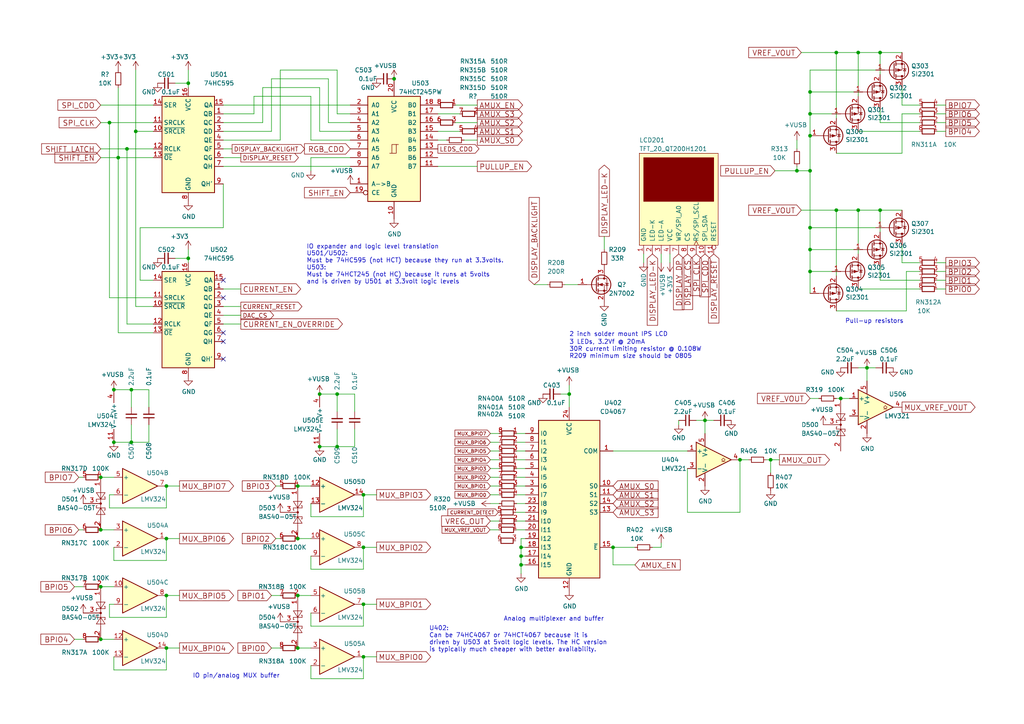
<source format=kicad_sch>
(kicad_sch (version 20230121) (generator eeschema)
  (paper "A4")
  (junction (at 151.13 161.29))
  (junction (at 92.71 114.3))
  (junction (at 29.21 170.18))
  (junction (at 105.41 190.5))
  (junction (at 234.95 33.02))
  (junction (at 248.92 15.24))
  (junction (at 248.92 60.96))
  (junction (at 38.1 113.03))
  (junction (at 86.36 140.97))
  (junction (at 243.84 115.57))
  (junction (at 33.02 128.27))
  (junction (at 223.52 133.35))
  (junction (at 105.41 175.26))
  (junction (at 48.26 140.97))
  (junction (at 251.46 106.68))
  (junction (at 234.95 72.39))
  (junction (at 177.8 158.75))
  (junction (at 29.21 153.67))
  (junction (at 214.63 133.35))
  (junction (at 86.36 156.21))
  (junction (at 255.27 15.24))
  (junction (at 234.95 66.04))
  (junction (at 97.79 114.3))
  (junction (at 86.36 172.72))
  (junction (at 29.21 138.43))
  (junction (at 48.26 187.96))
  (junction (at 31.75 35.56))
  (junction (at 151.13 158.75))
  (junction (at 38.1 128.27))
  (junction (at 34.29 45.72))
  (junction (at 242.57 60.96))
  (junction (at 97.79 129.54))
  (junction (at 48.26 172.72))
  (junction (at 255.27 60.96))
  (junction (at 234.95 49.53))
  (junction (at 204.47 121.92))
  (junction (at 165.1 114.3))
  (junction (at 234.95 78.74))
  (junction (at 231.14 49.53))
  (junction (at 151.13 163.83))
  (junction (at 105.41 143.51))
  (junction (at 234.95 39.37))
  (junction (at 29.21 185.42))
  (junction (at 39.37 38.1))
  (junction (at 54.61 24.13))
  (junction (at 92.71 129.54))
  (junction (at 234.95 26.67))
  (junction (at 48.26 156.21))
  (junction (at 114.3 22.86))
  (junction (at 86.36 187.96))
  (junction (at 33.02 113.03))
  (junction (at 54.61 74.93))
  (junction (at 242.57 15.24))
  (junction (at 105.41 158.75))
  (junction (at 36.83 43.18))
  (no_connect (at 64.77 104.14))
  (no_connect (at 64.77 96.52))
  (no_connect (at 64.77 81.28))
  (no_connect (at 64.77 86.36))
  (no_connect (at 64.77 99.06))
  (wire (pts (xy 97.79 119.38) (xy 97.79 114.3)))
  (wire (pts (xy 40.64 66.04) (xy 40.64 81.28)))
  (wire (pts (xy 255.27 77.47) (xy 255.27 81.28)))
  (wire (pts (xy 234.95 115.57) (xy 237.49 115.57)))
  (wire (pts (xy 34.29 96.52) (xy 34.29 45.72)))
  (wire (pts (xy 39.37 20.32) (xy 39.37 38.1)))
  (wire (pts (xy 255.27 35.56) (xy 255.27 31.75)))
  (wire (pts (xy 64.77 91.44) (xy 69.85 91.44)))
  (wire (pts (xy 90.17 181.61) (xy 105.41 181.61)))
  (wire (pts (xy 241.3 78.74) (xy 234.95 78.74)))
  (wire (pts (xy 29.21 138.43) (xy 33.02 138.43)))
  (wire (pts (xy 254 20.32) (xy 234.95 20.32)))
  (wire (pts (xy 44.45 93.98) (xy 36.83 93.98)))
  (wire (pts (xy 48.26 140.97) (xy 52.07 140.97)))
  (wire (pts (xy 44.45 30.48) (xy 29.21 30.48)))
  (wire (pts (xy 261.62 25.4) (xy 261.62 30.48)))
  (wire (pts (xy 64.77 48.26) (xy 101.6 48.26)))
  (wire (pts (xy 271.78 33.02) (xy 274.32 33.02)))
  (wire (pts (xy 64.77 33.02) (xy 73.66 33.02)))
  (wire (pts (xy 243.84 115.57) (xy 246.38 115.57)))
  (wire (pts (xy 149.86 143.51) (xy 152.4 143.51)))
  (wire (pts (xy 222.25 133.35) (xy 223.52 133.35)))
  (wire (pts (xy 21.59 185.42) (xy 24.13 185.42)))
  (wire (pts (xy 36.83 43.18) (xy 44.45 43.18)))
  (wire (pts (xy 127 40.64) (xy 129.54 40.64)))
  (wire (pts (xy 158.75 82.55) (xy 154.94 82.55)))
  (wire (pts (xy 44.45 96.52) (xy 34.29 96.52)))
  (wire (pts (xy 138.43 35.56) (xy 132.08 35.56)))
  (wire (pts (xy 261.62 44.45) (xy 242.57 44.45)))
  (wire (pts (xy 105.41 165.1) (xy 105.41 158.75)))
  (wire (pts (xy 90.17 146.05) (xy 90.17 149.86)))
  (wire (pts (xy 186.69 73.66) (xy 186.69 76.2)))
  (wire (pts (xy 132.08 30.48) (xy 138.43 30.48)))
  (wire (pts (xy 231.14 40.64) (xy 231.14 43.18)))
  (wire (pts (xy 248.92 106.68) (xy 251.46 106.68)))
  (wire (pts (xy 21.59 170.18) (xy 24.13 170.18)))
  (wire (pts (xy 86.36 172.72) (xy 90.17 172.72)))
  (wire (pts (xy 223.52 137.16) (xy 223.52 133.35)))
  (wire (pts (xy 152.4 161.29) (xy 151.13 161.29)))
  (wire (pts (xy 247.65 26.67) (xy 234.95 26.67)))
  (wire (pts (xy 248.92 60.96) (xy 242.57 60.96)))
  (wire (pts (xy 80.01 140.97) (xy 81.28 140.97)))
  (wire (pts (xy 152.4 148.59) (xy 149.606 148.59)))
  (wire (pts (xy 248.92 27.94) (xy 248.92 15.24)))
  (wire (pts (xy 105.41 158.75) (xy 109.22 158.75)))
  (wire (pts (xy 48.26 179.07) (xy 48.26 172.72)))
  (wire (pts (xy 184.15 163.83) (xy 177.8 163.83)))
  (wire (pts (xy 95.25 22.86) (xy 95.25 35.56)))
  (wire (pts (xy 64.77 40.64) (xy 81.28 40.64)))
  (wire (pts (xy 133.35 38.1) (xy 127 38.1)))
  (wire (pts (xy 54.61 20.32) (xy 54.61 24.13)))
  (wire (pts (xy 204.47 121.92) (xy 204.47 125.73)))
  (wire (pts (xy 78.74 22.86) (xy 95.25 22.86)))
  (wire (pts (xy 54.61 24.13) (xy 54.61 25.4)))
  (wire (pts (xy 73.66 33.02) (xy 73.66 27.94)))
  (wire (pts (xy 151.13 161.29) (xy 151.13 163.83)))
  (wire (pts (xy 242.57 60.96) (xy 242.57 80.01)))
  (wire (pts (xy 33.02 158.75) (xy 33.02 162.56)))
  (wire (pts (xy 255.27 21.59) (xy 255.27 15.24)))
  (wire (pts (xy 224.79 49.53) (xy 231.14 49.53)))
  (wire (pts (xy 144.78 125.73) (xy 142.24 125.73)))
  (wire (pts (xy 127 33.02) (xy 133.35 33.02)))
  (wire (pts (xy 142.24 128.27) (xy 144.78 128.27)))
  (wire (pts (xy 22.86 153.67) (xy 24.13 153.67)))
  (wire (pts (xy 102.87 119.38) (xy 102.87 114.3)))
  (wire (pts (xy 234.95 33.02) (xy 234.95 39.37)))
  (wire (pts (xy 38.1 118.11) (xy 38.1 113.03)))
  (wire (pts (xy 90.17 27.94) (xy 90.17 40.64)))
  (wire (pts (xy 31.75 35.56) (xy 29.21 35.56)))
  (wire (pts (xy 152.4 135.89) (xy 149.86 135.89)))
  (wire (pts (xy 44.45 86.36) (xy 31.75 86.36)))
  (wire (pts (xy 31.75 86.36) (xy 31.75 35.56)))
  (wire (pts (xy 102.87 129.54) (xy 97.79 129.54)))
  (wire (pts (xy 81.28 40.64) (xy 81.28 20.32)))
  (wire (pts (xy 64.77 38.1) (xy 78.74 38.1)))
  (wire (pts (xy 90.17 149.86) (xy 105.41 149.86)))
  (wire (pts (xy 152.4 156.21) (xy 151.13 156.21)))
  (wire (pts (xy 152.4 140.97) (xy 149.86 140.97)))
  (wire (pts (xy 50.8 74.93) (xy 54.61 74.93)))
  (wire (pts (xy 261.62 71.12) (xy 261.62 76.2)))
  (wire (pts (xy 31.75 143.51) (xy 31.75 147.32)))
  (wire (pts (xy 92.71 25.4) (xy 92.71 38.1)))
  (wire (pts (xy 152.4 163.83) (xy 151.13 163.83)))
  (wire (pts (xy 261.62 76.2) (xy 266.7 76.2)))
  (wire (pts (xy 86.36 187.96) (xy 90.17 187.96)))
  (wire (pts (xy 36.83 43.18) (xy 29.21 43.18)))
  (wire (pts (xy 149.86 138.43) (xy 152.4 138.43)))
  (wire (pts (xy 127 48.26) (xy 138.43 48.26)))
  (wire (pts (xy 78.74 38.1) (xy 78.74 22.86)))
  (wire (pts (xy 90.17 177.8) (xy 90.17 181.61)))
  (wire (pts (xy 90.17 161.29) (xy 90.17 165.1)))
  (wire (pts (xy 194.31 73.66) (xy 194.31 76.2)))
  (wire (pts (xy 274.32 81.28) (xy 271.78 81.28)))
  (wire (pts (xy 38.1 113.03) (xy 33.02 113.03)))
  (wire (pts (xy 43.18 113.03) (xy 38.1 113.03)))
  (wire (pts (xy 184.15 158.75) (xy 177.8 158.75)))
  (wire (pts (xy 97.79 114.3) (xy 92.71 114.3)))
  (wire (pts (xy 31.75 179.07) (xy 48.26 179.07)))
  (wire (pts (xy 78.74 187.96) (xy 81.28 187.96)))
  (wire (pts (xy 254 106.68) (xy 251.46 106.68)))
  (wire (pts (xy 81.28 20.32) (xy 97.79 20.32)))
  (wire (pts (xy 105.41 175.26) (xy 109.22 175.26)))
  (wire (pts (xy 48.26 162.56) (xy 48.26 156.21)))
  (wire (pts (xy 105.41 190.5) (xy 109.22 190.5)))
  (wire (pts (xy 142.24 151.13) (xy 144.78 151.13)))
  (wire (pts (xy 67.31 43.18) (xy 64.77 43.18)))
  (wire (pts (xy 69.85 88.9) (xy 64.77 88.9)))
  (wire (pts (xy 78.74 172.72) (xy 81.28 172.72)))
  (wire (pts (xy 105.41 149.86) (xy 105.41 143.51)))
  (wire (pts (xy 191.77 158.75) (xy 189.23 158.75)))
  (wire (pts (xy 234.95 78.74) (xy 234.95 85.09)))
  (wire (pts (xy 33.02 194.31) (xy 48.26 194.31)))
  (wire (pts (xy 196.85 121.92) (xy 196.85 123.19)))
  (wire (pts (xy 255.27 67.31) (xy 255.27 60.96)))
  (wire (pts (xy 231.14 49.53) (xy 231.14 48.26)))
  (wire (pts (xy 165.1 111.76) (xy 165.1 114.3)))
  (wire (pts (xy 234.95 49.53) (xy 234.95 39.37)))
  (wire (pts (xy 90.17 45.72) (xy 90.17 49.53)))
  (wire (pts (xy 151.13 158.75) (xy 152.4 158.75)))
  (wire (pts (xy 217.17 133.35) (xy 214.63 133.35)))
  (wire (pts (xy 105.41 143.51) (xy 109.22 143.51)))
  (wire (pts (xy 255.27 15.24) (xy 248.92 15.24)))
  (wire (pts (xy 142.24 130.81) (xy 144.78 130.81)))
  (wire (pts (xy 271.78 38.1) (xy 274.32 38.1)))
  (wire (pts (xy 199.39 135.89) (xy 199.39 148.59)))
  (wire (pts (xy 254 66.04) (xy 234.95 66.04)))
  (wire (pts (xy 39.37 88.9) (xy 39.37 38.1)))
  (wire (pts (xy 255.27 81.28) (xy 266.7 81.28)))
  (wire (pts (xy 97.79 20.32) (xy 97.79 33.02)))
  (wire (pts (xy 151.13 158.75) (xy 151.13 161.29)))
  (wire (pts (xy 29.21 45.72) (xy 34.29 45.72)))
  (wire (pts (xy 149.733 153.67) (xy 152.4 153.67)))
  (wire (pts (xy 38.1 123.19) (xy 38.1 128.27)))
  (wire (pts (xy 31.75 175.26) (xy 31.75 179.07)))
  (wire (pts (xy 134.62 40.64) (xy 138.43 40.64)))
  (wire (pts (xy 261.62 15.24) (xy 255.27 15.24)))
  (wire (pts (xy 248.92 15.24) (xy 242.57 15.24)))
  (wire (pts (xy 48.26 156.21) (xy 52.07 156.21)))
  (wire (pts (xy 69.85 83.82) (xy 64.77 83.82)))
  (wire (pts (xy 29.21 185.42) (xy 33.02 185.42)))
  (wire (pts (xy 214.63 148.59) (xy 214.63 133.35)))
  (wire (pts (xy 90.17 40.64) (xy 101.6 40.64)))
  (wire (pts (xy 242.57 15.24) (xy 242.57 34.29)))
  (wire (pts (xy 151.13 156.21) (xy 151.13 158.75)))
  (wire (pts (xy 44.45 38.1) (xy 39.37 38.1)))
  (wire (pts (xy 234.95 72.39) (xy 234.95 78.74)))
  (wire (pts (xy 251.46 106.68) (xy 251.46 110.49)))
  (wire (pts (xy 44.45 35.56) (xy 31.75 35.56)))
  (wire (pts (xy 31.75 175.26) (xy 33.02 175.26)))
  (wire (pts (xy 36.83 93.98) (xy 36.83 43.18)))
  (wire (pts (xy 29.21 153.67) (xy 33.02 153.67)))
  (wire (pts (xy 29.21 170.18) (xy 33.02 170.18)))
  (wire (pts (xy 191.77 157.48) (xy 191.77 158.75)))
  (wire (pts (xy 48.26 172.72) (xy 52.07 172.72)))
  (wire (pts (xy 234.95 26.67) (xy 234.95 33.02)))
  (wire (pts (xy 48.26 194.31) (xy 48.26 187.96)))
  (wire (pts (xy 33.02 190.5) (xy 33.02 194.31)))
  (wire (pts (xy 90.17 193.04) (xy 90.17 196.85)))
  (wire (pts (xy 54.61 72.39) (xy 54.61 74.93)))
  (wire (pts (xy 271.78 83.82) (xy 274.32 83.82)))
  (wire (pts (xy 177.8 163.83) (xy 177.8 158.75)))
  (wire (pts (xy 255.27 60.96) (xy 248.92 60.96)))
  (wire (pts (xy 95.25 35.56) (xy 101.6 35.56)))
  (wire (pts (xy 144.653 153.67) (xy 142.113 153.67)))
  (wire (pts (xy 31.75 147.32) (xy 48.26 147.32)))
  (wire (pts (xy 34.29 25.4) (xy 34.29 45.72)))
  (wire (pts (xy 90.17 196.85) (xy 105.41 196.85)))
  (wire (pts (xy 232.41 60.96) (xy 242.57 60.96)))
  (wire (pts (xy 64.77 30.48) (xy 101.6 30.48)))
  (wire (pts (xy 149.86 151.13) (xy 152.4 151.13)))
  (wire (pts (xy 149.86 125.73) (xy 152.4 125.73)))
  (wire (pts (xy 231.14 49.53) (xy 234.95 49.53)))
  (wire (pts (xy 97.79 33.02) (xy 101.6 33.02)))
  (wire (pts (xy 105.41 181.61) (xy 105.41 175.26)))
  (wire (pts (xy 261.62 33.02) (xy 261.62 44.45)))
  (wire (pts (xy 247.65 72.39) (xy 234.95 72.39)))
  (wire (pts (xy 163.83 82.55) (xy 167.64 82.55)))
  (wire (pts (xy 76.2 35.56) (xy 76.2 25.4)))
  (wire (pts (xy 144.78 133.35) (xy 142.24 133.35)))
  (wire (pts (xy 80.01 156.21) (xy 81.28 156.21)))
  (wire (pts (xy 105.41 196.85) (xy 105.41 190.5)))
  (wire (pts (xy 234.95 20.32) (xy 234.95 26.67)))
  (wire (pts (xy 73.66 27.94) (xy 90.17 27.94)))
  (wire (pts (xy 97.79 129.54) (xy 92.71 129.54)))
  (wire (pts (xy 92.71 38.1) (xy 101.6 38.1)))
  (wire (pts (xy 271.78 35.56) (xy 274.32 35.56)))
  (wire (pts (xy 223.52 133.35) (xy 226.06 133.35)))
  (wire (pts (xy 33.02 162.56) (xy 48.26 162.56)))
  (wire (pts (xy 234.95 49.53) (xy 234.95 66.04)))
  (wire (pts (xy 248.92 73.66) (xy 248.92 60.96)))
  (wire (pts (xy 262.89 78.74) (xy 266.7 78.74)))
  (wire (pts (xy 152.4 128.27) (xy 149.86 128.27)))
  (wire (pts (xy 54.61 74.93) (xy 54.61 76.2)))
  (wire (pts (xy 271.78 78.74) (xy 274.32 78.74)))
  (wire (pts (xy 44.45 88.9) (xy 39.37 88.9)))
  (wire (pts (xy 242.57 15.24) (xy 232.41 15.24)))
  (wire (pts (xy 201.93 121.92) (xy 204.47 121.92)))
  (wire (pts (xy 102.87 124.46) (xy 102.87 129.54)))
  (wire (pts (xy 248.92 38.1) (xy 266.7 38.1)))
  (wire (pts (xy 261.62 33.02) (xy 266.7 33.02)))
  (wire (pts (xy 162.56 114.3) (xy 165.1 114.3)))
  (wire (pts (xy 262.89 78.74) (xy 262.89 90.17)))
  (wire (pts (xy 142.24 143.51) (xy 144.78 143.51)))
  (wire (pts (xy 38.1 128.27) (xy 33.02 128.27)))
  (wire (pts (xy 86.36 156.21) (xy 90.17 156.21)))
  (wire (pts (xy 48.26 187.96) (xy 52.07 187.96)))
  (wire (pts (xy 101.6 45.72) (xy 90.17 45.72)))
  (wire (pts (xy 248.92 83.82) (xy 266.7 83.82)))
  (wire (pts (xy 144.78 146.05) (xy 142.24 146.05)))
  (wire (pts (xy 149.86 146.05) (xy 152.4 146.05)))
  (wire (pts (xy 165.1 118.11) (xy 165.1 114.3)))
  (wire (pts (xy 207.01 121.92) (xy 204.47 121.92)))
  (wire (pts (xy 40.64 81.28) (xy 44.45 81.28)))
  (wire (pts (xy 262.89 90.17) (xy 242.57 90.17)))
  (wire (pts (xy 261.62 30.48) (xy 266.7 30.48)))
  (wire (pts (xy 76.2 25.4) (xy 92.71 25.4)))
  (wire (pts (xy 50.8 24.13) (xy 54.61 24.13)))
  (wire (pts (xy 274.32 76.2) (xy 271.78 76.2)))
  (wire (pts (xy 142.24 138.43) (xy 144.78 138.43)))
  (wire (pts (xy 86.36 140.97) (xy 90.17 140.97)))
  (wire (pts (xy 271.78 30.48) (xy 274.32 30.48)))
  (wire (pts (xy 177.8 130.81) (xy 199.39 130.81)))
  (wire (pts (xy 102.87 114.3) (xy 97.79 114.3)))
  (wire (pts (xy 90.17 165.1) (xy 105.41 165.1)))
  (wire (pts (xy 144.78 140.97) (xy 142.24 140.97)))
  (wire (pts (xy 64.77 35.56) (xy 76.2 35.56)))
  (wire (pts (xy 175.26 68.58) (xy 175.26 72.39)))
  (wire (pts (xy 199.39 148.59) (xy 214.63 148.59)))
  (wire (pts (xy 191.77 73.66) (xy 191.77 76.2)))
  (wire (pts (xy 97.79 124.46) (xy 97.79 129.54)))
  (wire (pts (xy 234.95 66.04) (xy 234.95 72.39)))
  (wire (pts (xy 261.62 60.96) (xy 255.27 60.96)))
  (wire (pts (xy 241.3 33.02) (xy 234.95 33.02)))
  (wire (pts (xy 64.77 53.34) (xy 64.77 66.04)))
  (wire (pts (xy 43.18 123.19) (xy 43.18 128.27)))
  (wire (pts (xy 69.85 93.98) (xy 64.77 93.98)))
  (wire (pts (xy 242.57 115.57) (xy 243.84 115.57)))
  (wire (pts (xy 22.86 138.43) (xy 24.13 138.43)))
  (wire (pts (xy 48.26 147.32) (xy 48.26 140.97)))
  (wire (pts (xy 43.18 118.11) (xy 43.18 113.03)))
  (wire (pts (xy 64.77 66.04) (xy 40.64 66.04)))
  (wire (pts (xy 149.86 130.81) (xy 152.4 130.81)))
  (wire (pts (xy 255.27 35.56) (xy 266.7 35.56)))
  (wire (pts (xy 144.78 135.89) (xy 142.24 135.89)))
  (wire (pts (xy 152.4 133.35) (xy 149.86 133.35)))
  (wire (pts (xy 43.18 128.27) (xy 38.1 128.27)))
  (wire (pts (xy 64.77 45.72) (xy 69.85 45.72)))
  (wire (pts (xy 44.45 45.72) (xy 34.29 45.72)))
  (wire (pts (xy 31.75 143.51) (xy 33.02 143.51)))
  (wire (pts (xy 151.13 163.83) (xy 151.13 166.37)))
  (text "IO expander and logic level translation" (at 88.9 72.39 0) (effects (font (size 1.27 1.27)) (justify left bottom)))
  (text "Analog multiplexer and buffer" (at 146.05 180.34 0) (effects (font (size 1.27 1.27)) (justify left bottom)))
  (text "U402:\nCan be 74HC4067 or 74HCT4067 because it is \ndriven by U503 at 5volt logic levels. The HC version \nis typically much cheaper with better availability." (at 124.46 189.23 0) (effects (font (size 1.27 1.27)) (justify left bottom)))
  (text "IO pin/analog MUX buffer" (at 55.88 196.85 0) (effects (font (size 1.27 1.27)) (justify left bottom)))
  (text "3 LEDs, 3.2Vf @ 20mA\n30R current limiting resistor @ 0.108W\nR209 minimum size should be 0805" (at 165.1 104.14 0) (effects (font (size 1.27 1.27)) (justify left bottom)))
  (text "2 inch solder mount IPS LCD" (at 165.1 97.79 0) (effects (font (size 1.27 1.27)) (justify left bottom)))
  (text "U501/U502:\nMust be 74HC595 (not HCT) because they run at 3.3volts.\nU503:\nMust be 74HCT245 (not HC) because it runs at 5volts\nand is driven by U501 at 3.3volt logic levels" (at 88.9 82.55 0) (effects (font (size 1.27 1.27)) (justify left bottom)))
  (text "Pull-up resistors" (at 245.11 93.98 0) (effects (font (size 1.27 1.27)) (justify left bottom)))
  (global_label "MUX_VREF_VOUT" (shape input) (at 142.113 153.67 180) (effects (font (size 1 1))) (property "Intersheetrefs" "${INTERSHEET_REFS}" (effects hide)))
  (global_label "AMUX_S3" (shape input) (at 177.8 148.59 0) (effects (font (size 1.524 1.524))) (property "Intersheetrefs" "${INTERSHEET_REFS}" (effects hide)))
  (global_label "AMUX_S3" (shape output) (at 138.43 33.02 0) (effects (font (size 1.524 1.524))) (property "Intersheetrefs" "${INTERSHEET_REFS}" (effects hide)))
  (global_label "AMUX_S2" (shape input) (at 177.8 146.05 0) (effects (font (size 1.524 1.524))) (property "Intersheetrefs" "${INTERSHEET_REFS}" (effects hide)))
  (global_label "CURRENT_EN_OVERRIDE" (shape output) (at 69.85 93.98 0) (effects (font (size 1.524 1.524))) (property "Intersheetrefs" "${INTERSHEET_REFS}" (effects hide)))
  (global_label "DISPLAY_LED-K" (shape output) (at 175.26 68.58 90) (effects (font (size 1.524 1.524))) (property "Intersheetrefs" "${INTERSHEET_REFS}" (effects hide)))
  (global_label "MUX_BPIO5" (shape input) (at 142.24 130.81 180) (effects (font (size 1 1))) (property "Intersheetrefs" "${INTERSHEET_REFS}" (effects hide)))
  (global_label "DAC_CS" (shape output) (at 69.85 91.44 0) (property "Intersheetrefs" "${INTERSHEET_REFS}" (effects hide)))
  (global_label "BPIO0" (shape input) (at 78.74 187.96 180) (effects (font (size 1.524 1.524))) (property "Intersheetrefs" "${INTERSHEET_REFS}" (effects hide)))
  (global_label "DISPLAY_BACKLIGHT" (shape output) (at 67.31 43.18 0) (property "Intersheetrefs" "${INTERSHEET_REFS}" (effects hide)))
  (global_label "BPIO1" (shape input) (at 78.74 172.72 180) (effects (font (size 1.524 1.524))) (property "Intersheetrefs" "${INTERSHEET_REFS}" (effects hide)))
  (global_label "SPI_CLK" (shape input) (at 29.21 35.56 180) (effects (font (size 1.524 1.524))) (property "Intersheetrefs" "${INTERSHEET_REFS}" (effects hide)))
  (global_label "MUX_VREF_VOUT" (shape output) (at 261.62 118.11 0) (effects (font (size 1.524 1.524))) (property "Intersheetrefs" "${INTERSHEET_REFS}" (effects hide)))
  (global_label "SHIFT_EN" (shape input) (at 29.21 45.72 180) (effects (font (size 1.524 1.524))) (property "Intersheetrefs" "${INTERSHEET_REFS}" (effects hide)))
  (global_label "MUX_BPIO4" (shape input) (at 142.24 133.35 180) (effects (font (size 1 1))) (property "Intersheetrefs" "${INTERSHEET_REFS}" (effects hide)))
  (global_label "LEDS_CDO" (shape output) (at 127 43.18 0) (property "Intersheetrefs" "${INTERSHEET_REFS}" (effects hide)))
  (global_label "BPIO0" (shape output) (at 274.32 83.82 0) (effects (font (size 1.524 1.524))) (property "Intersheetrefs" "${INTERSHEET_REFS}" (effects hide)))
  (global_label "VREF_VOUT" (shape input) (at 232.41 60.96 180) (effects (font (size 1.524 1.524))) (property "Intersheetrefs" "${INTERSHEET_REFS}" (effects hide)))
  (global_label "BPIO4" (shape output) (at 274.32 38.1 0) (effects (font (size 1.524 1.524))) (property "Intersheetrefs" "${INTERSHEET_REFS}" (effects hide)))
  (global_label "MUX_BPIO4" (shape output) (at 52.07 187.96 0) (effects (font (size 1.524 1.524))) (property "Intersheetrefs" "${INTERSHEET_REFS}" (effects hide)))
  (global_label "MUX_BPIO3" (shape output) (at 109.22 143.51 0) (effects (font (size 1.524 1.524))) (property "Intersheetrefs" "${INTERSHEET_REFS}" (effects hide)))
  (global_label "VREG_OUT" (shape input) (at 142.24 151.13 180) (effects (font (size 1.524 1.524))) (property "Intersheetrefs" "${INTERSHEET_REFS}" (effects hide)))
  (global_label "MUX_BPIO2" (shape output) (at 109.22 158.75 0) (effects (font (size 1.524 1.524))) (property "Intersheetrefs" "${INTERSHEET_REFS}" (effects hide)))
  (global_label "MUX_BPIO2" (shape input) (at 142.24 138.43 180) (effects (font (size 1 1))) (property "Intersheetrefs" "${INTERSHEET_REFS}" (effects hide)))
  (global_label "VREF_VOUT" (shape input) (at 232.41 15.24 180) (effects (font (size 1.524 1.524))) (property "Intersheetrefs" "${INTERSHEET_REFS}" (effects hide)))
  (global_label "BPIO2" (shape input) (at 80.01 156.21 180) (effects (font (size 1.524 1.524))) (property "Intersheetrefs" "${INTERSHEET_REFS}" (effects hide)))
  (global_label "MUX_BPIO6" (shape output) (at 52.07 156.21 0) (effects (font (size 1.524 1.524))) (property "Intersheetrefs" "${INTERSHEET_REFS}" (effects hide)))
  (global_label "PULLUP_EN" (shape output) (at 138.43 48.26 0) (effects (font (size 1.524 1.524))) (property "Intersheetrefs" "${INTERSHEET_REFS}" (effects hide)))
  (global_label "SPI_CDO" (shape input) (at 29.21 30.48 180) (effects (font (size 1.524 1.524))) (property "Intersheetrefs" "${INTERSHEET_REFS}" (effects hide)))
  (global_label "DISPLAY_BACKLIGHT" (shape input) (at 154.94 82.55 90) (effects (font (size 1.524 1.524))) (property "Intersheetrefs" "${INTERSHEET_REFS}" (effects hide)))
  (global_label "CURRENT_EN" (shape output) (at 69.85 83.82 0) (effects (font (size 1.524 1.524))) (property "Intersheetrefs" "${INTERSHEET_REFS}" (effects hide)))
  (global_label "BPIO5" (shape output) (at 274.32 35.56 0) (effects (font (size 1.524 1.524))) (property "Intersheetrefs" "${INTERSHEET_REFS}" (effects hide)))
  (global_label "SHIFT_EN" (shape input) (at 101.6 55.88 180) (effects (font (size 1.524 1.524))) (property "Intersheetrefs" "${INTERSHEET_REFS}" (effects hide)))
  (global_label "AMUX_EN" (shape input) (at 184.15 163.83 0) (effects (font (size 1.524 1.524))) (property "Intersheetrefs" "${INTERSHEET_REFS}" (effects hide)))
  (global_label "BPIO3" (shape input) (at 80.01 140.97 180) (effects (font (size 1.524 1.524))) (property "Intersheetrefs" "${INTERSHEET_REFS}" (effects hide)))
  (global_label "SPI_CDO" (shape input) (at 204.47 73.66 270) (effects (font (size 1.524 1.524))) (property "Intersheetrefs" "${INTERSHEET_REFS}" (effects hide)))
  (global_label "MUX_BPIO3" (shape input) (at 142.24 135.89 180) (effects (font (size 1 1))) (property "Intersheetrefs" "${INTERSHEET_REFS}" (effects hide)))
  (global_label "MUX_BPIO7" (shape output) (at 52.07 140.97 0) (effects (font (size 1.524 1.524))) (property "Intersheetrefs" "${INTERSHEET_REFS}" (effects hide)))
  (global_label "SHIFT_LATCH" (shape input) (at 29.21 43.18 180) (effects (font (size 1.524 1.524))) (property "Intersheetrefs" "${INTERSHEET_REFS}" (effects hide)))
  (global_label "BPIO6" (shape input) (at 22.86 153.67 180) (effects (font (size 1.524 1.524))) (property "Intersheetrefs" "${INTERSHEET_REFS}" (effects hide)))
  (global_label "PULLUP_EN" (shape input) (at 224.79 49.53 180) (effects (font (size 1.524 1.524))) (property "Intersheetrefs" "${INTERSHEET_REFS}" (effects hide)))
  (global_label "CURRENT_DETECT" (shape input) (at 144.526 148.59 180) (effects (font (size 0.9906 0.9906))) (property "Intersheetrefs" "${INTERSHEET_REFS}" (effects hide)))
  (global_label "VREF_VOUT" (shape input) (at 234.95 115.57 180) (effects (font (size 1.524 1.524))) (property "Intersheetrefs" "${INTERSHEET_REFS}" (effects hide)))
  (global_label "MUX_BPIO0" (shape input) (at 142.24 143.51 180) (effects (font (size 1 1))) (property "Intersheetrefs" "${INTERSHEET_REFS}" (effects hide)))
  (global_label "AMUX_EN" (shape output) (at 138.43 30.48 0) (effects (font (size 1.524 1.524))) (property "Intersheetrefs" "${INTERSHEET_REFS}" (effects hide)))
  (global_label "DISPLAY_LED-K" (shape input) (at 189.23 73.66 270) (effects (font (size 1.524 1.524))) (property "Intersheetrefs" "${INTERSHEET_REFS}" (effects hide)))
  (global_label "AMUX_OUT" (shape output) (at 226.06 133.35 0) (effects (font (size 1.524 1.524))) (property "Intersheetrefs" "${INTERSHEET_REFS}" (effects hide)))
  (global_label "MUX_BPIO0" (shape output) (at 109.22 190.5 0) (effects (font (size 1.524 1.524))) (property "Intersheetrefs" "${INTERSHEET_REFS}" (effects hide)))
  (global_label "BPIO5" (shape input) (at 21.59 170.18 180) (effects (font (size 1.524 1.524))) (property "Intersheetrefs" "${INTERSHEET_REFS}" (effects hide)))
  (global_label "RGB_CDO" (shape input) (at 101.6 43.18 180) (effects (font (size 1.524 1.524))) (property "Intersheetrefs" "${INTERSHEET_REFS}" (effects hide)))
  (global_label "DISPLAY_RESET" (shape input) (at 207.01 73.66 270) (effects (font (size 1.524 1.524))) (property "Intersheetrefs" "${INTERSHEET_REFS}" (effects hide)))
  (global_label "BPIO7" (shape output) (at 274.32 30.48 0) (effects (font (size 1.524 1.524))) (property "Intersheetrefs" "${INTERSHEET_REFS}" (effects hide)))
  (global_label "BPIO7" (shape input) (at 22.86 138.43 180) (effects (font (size 1.524 1.524))) (property "Intersheetrefs" "${INTERSHEET_REFS}" (effects hide)))
  (global_label "SPI_CLK" (shape input) (at 201.93 73.66 270) (effects (font (size 1.524 1.524))) (property "Intersheetrefs" "${INTERSHEET_REFS}" (effects hide)))
  (global_label "MUX_BPIO6" (shape input) (at 142.24 128.27 180) (effects (font (size 1 1))) (property "Intersheetrefs" "${INTERSHEET_REFS}" (effects hide)))
  (global_label "MUX_BPIO7" (shape input) (at 142.24 125.73 180) (effects (font (size 1 1))) (property "Intersheetrefs" "${INTERSHEET_REFS}" (effects hide)))
  (global_label "BPIO6" (shape output) (at 274.32 33.02 0) (effects (font (size 1.524 1.524))) (property "Intersheetrefs" "${INTERSHEET_REFS}" (effects hide)))
  (global_label "DISPLAY_DP" (shape input) (at 196.85 73.66 270) (effects (font (size 1.524 1.524))) (property "Intersheetrefs" "${INTERSHEET_REFS}" (effects hide)))
  (global_label "BPIO1" (shape output) (at 274.32 81.28 0) (effects (font (size 1.524 1.524))) (property "Intersheetrefs" "${INTERSHEET_REFS}" (effects hide)))
  (global_label "CURRENT_RESET" (shape output) (at 69.85 88.9 0) (property "Intersheetrefs" "${INTERSHEET_REFS}" (effects hide)))
  (global_label "AMUX_S0" (shape input) (at 177.8 140.97 0) (effects (font (size 1.524 1.524))) (property "Intersheetrefs" "${INTERSHEET_REFS}" (effects hide)))
  (global_label "BPIO2" (shape output) (at 274.32 78.74 0) (effects (font (size 1.524 1.524))) (property "Intersheetrefs" "${INTERSHEET_REFS}" (effects hide)))
  (global_label "AMUX_S1" (shape output) (at 138.43 38.1 0) (effects (font (size 1.524 1.524))) (property "Intersheetrefs" "${INTERSHEET_REFS}" (effects hide)))
  (global_label "MUX_BPIO1" (shape input) (at 142.24 140.97 180) (effects (font (size 1 1))) (property "Intersheetrefs" "${INTERSHEET_REFS}" (effects hide)))
  (global_label "DISPLAY_RESET" (shape output) (at 69.85 45.72 0) (property "Intersheetrefs" "${INTERSHEET_REFS}" (effects hide)))
  (global_label "AMUX_S2" (shape output) (at 138.43 35.56 0) (effects (font (size 1.524 1.524))) (property "Intersheetrefs" "${INTERSHEET_REFS}" (effects hide)))
  (global_label "MUX_BPIO5" (shape output) (at 52.07 172.72 0) (effects (font (size 1.524 1.524))) (property "Intersheetrefs" "${INTERSHEET_REFS}" (effects hide)))
  (global_label "AMUX_S0" (shape output) (at 138.43 40.64 0) (effects (font (size 1.524 1.524))) (property "Intersheetrefs" "${INTERSHEET_REFS}" (effects hide)))
  (global_label "DISPLAY_CS" (shape input) (at 199.39 73.66 270) (effects (font (size 1.524 1.524))) (property "Intersheetrefs" "${INTERSHEET_REFS}" (effects hide)))
  (global_label "BPIO3" (shape output) (at 274.32 76.2 0) (effects (font (size 1.524 1.524))) (property "Intersheetrefs" "${INTERSHEET_REFS}" (effects hide)))
  (global_label "MUX_BPIO1" (shape output) (at 109.22 175.26 0) (effects (font (size 1.524 1.524))) (property "Intersheetrefs" "${INTERSHEET_REFS}" (effects hide)))
  (global_label "AMUX_S1" (shape input) (at 177.8 143.51 0) (effects (font (size 1.524 1.524))) (property "Intersheetrefs" "${INTERSHEET_REFS}" (effects hide)))
  (global_label "BPIO4" (shape input) (at 21.59 185.42 180) (effects (font (size 1.524 1.524))) (property "Intersheetrefs" "${INTERSHEET_REFS}" (effects hide)))
  (symbol (lib_id "Device:R_Small") (at 186.69 158.75 270) (unit 1)
    (property "Reference" "R402" (at 186.69 153.67 90) (effects (justify right)))
    (property "Value" "10K" (at 186.69 156.21 90) (effects (justify right)))
    (property "Footprint" "Resistor_SMD:R_0402_1005Metric" (effects hide))
    (property "RMB" "0.004864" (effects hide))
    (property "Supplier" "https://item.szlcsc.com/61542.html" (effects hide))
  )
  (symbol (lib_id "Device:R_Small") (at 219.71 133.35 90) (unit 1)
    (property "Reference" "R406" (at 217.17 130.81 90))
    (property "Value" "10K" (at 223.52 130.81 90))
    (property "Footprint" "Resistor_SMD:R_0402_1005Metric" (effects hide))
    (property "RMB" "0.004864" (effects hide))
    (property "Supplier" "https://item.szlcsc.com/61542.html" (effects hide))
  )
  (symbol (lib_id "power:GND") (at 165.1 171.45 0) (unit 1)
    (property "Reference" "#PWR0409" (effects hide))
    (property "Value" "GND" (at 165.227 175.8442 0))
  )
  (symbol (lib_id "Device:C_Small") (at 160.02 114.3 90) (unit 1)
    (property "Reference" "C403" (at 160.02 111.76 90))
    (property "Value" "0.1uF" (at 161.29 116.84 90))
    (property "Footprint" "Capacitor_SMD:C_0402_1005Metric" (effects hide))
    (property "RMB" "0.00628" (effects hide))
    (property "Supplier" "https://item.szlcsc.com/1877.html" (effects hide))
  )
  (symbol (lib_id "power:GND") (at 157.48 114.3 0) (unit 1)
    (property "Reference" "#PWR0407" (effects hide))
    (property "Value" "GND" (at 154.94 116.84 0))
  )
  (symbol (lib_id "74xx:CD74HC4067M") (at 165.1 143.51 0) (mirror y) (unit 1)
    (property "Reference" "U402" (at 177.8 116.84 0))
    (property "Value" "CD4067" (at 177.8 119.38 0))
    (property "Footprint" "Package_SO:TSSOP-24_4.4x7.8mm_P0.65mm" (effects hide))
    (property "Datasheet" "http://www.ti.com/lit/ds/symlink/cd74hc4067.pdf" (effects hide))
    (property "Supplier" "https://eu.mouser.com/ProductDetail/Nexperia/74HCT4067PW118" (effects hide))
    (property "USD" "0.762" (effects hide))
  )
  (symbol (lib_id "dp-power:+VUSB") (at 165.1 111.76 0) (unit 1)
    (property "Reference" "#PWR0408" (effects hide))
    (property "Value" "+VUSB" (at 164.719 107.3658 0))
  )
  (symbol (lib_id "dp-power:+VUSB") (at 231.14 40.64 0) (unit 1)
    (property "Reference" "#PWR0360" (effects hide))
    (property "Value" "+VUSB" (at 230.759 36.2458 0))
  )
  (symbol (lib_id "Device:R_Small") (at 223.52 139.7 180) (unit 1)
    (property "Reference" "R407" (at 224.79 138.43 0) (effects (justify right)))
    (property "Value" "10K" (at 224.79 140.97 0) (effects (justify right)))
    (property "Footprint" "Resistor_SMD:R_0402_1005Metric" (effects hide))
    (property "RMB" "0.004864" (effects hide))
    (property "Supplier" "https://item.szlcsc.com/61542.html" (effects hide))
  )
  (symbol (lib_id "power:GND") (at 223.52 142.24 0) (unit 1)
    (property "Reference" "#PWR0420" (effects hide))
    (property "Value" "GND" (at 223.52 146.05 0))
  )
  (symbol (lib_id "power:GND") (at 186.69 76.2 0) (unit 1)
    (property "Reference" "#PWR0212" (effects hide))
    (property "Value" "GND" (at 186.69 81.28 90))
  )
  (symbol (lib_id "Transistor_FET:BSS138") (at 172.72 82.55 0) (unit 1)
    (property "Reference" "Q?" (at 180.34 82.55 0))
    (property "Value" "2N7002" (at 180.34 85.09 0))
    (property "Footprint" "Package_TO_SOT_SMD:SOT-23" (effects hide))
    (property "Datasheet" "https://www.fairchildsemi.com/datasheets/BS/BSS138.pdf" (effects hide))
    (property "RMB" "0.140017" (effects hide))
    (property "Supplier" "https://item.szlcsc.com/544697.html" (effects hide))
    (instances (project "BusPirate-5-rev10" (path "" (reference "Q?") (unit 1)) (path "" (reference "Q202") (unit 1))))
  )
  (symbol (lib_id "Device:R_Small") (at 175.26 74.93 180) (unit 1)
    (property "Reference" "R209" (at 179.07 72.39 0))
    (property "Value" "33R" (at 179.07 74.93 0))
    (property "Footprint" "Resistor_SMD:R_0805_2012Metric" (effects hide))
    (property "RMB" "0.019315" (effects hide))
    (property "Supplier" "https://item.szlcsc.com/139271.html" (effects hide))
  )
  (symbol (lib_id "power:GND") (at 175.26 87.63 0) (unit 1)
    (property "Reference" "#PWR0211" (effects hide))
    (property "Value" "GND" (at 175.26 92.71 90))
  )
  (symbol (lib_id "power:+3V3") (at 194.31 76.2 180) (unit 1)
    (property "Reference" "#PWR0214" (effects hide))
    (property "Value" "+3V3" (at 194.31 82.55 90))
  )
  (symbol (lib_id "dp-power:+VUSB") (at 191.77 76.2 180) (unit 1)
    (property "Reference" "#PWR0213" (effects hide))
    (property "Value" "+VUSB" (at 192.151 79.4258 90) (effects (justify left)))
  )
  (symbol (lib_id "power:+3V3") (at 54.61 20.32 0) (unit 1)
    (property "Reference" "#PWR?" (effects hide))
    (property "Value" "+3V3" (at 52.07 16.51 0))
    (instances (project "BusPirate-5-rev10" (path "" (reference "#PWR?") (unit 1)) (path "" (reference "#PWR0505") (unit 1))))
  )
  (symbol (lib_id "power:+3V3") (at 39.37 20.32 0) (unit 1)
    (property "Reference" "#PWR?" (effects hide))
    (property "Value" "+3V3" (at 36.83 16.51 0))
    (instances (project "BusPirate-5-rev10" (path "" (reference "#PWR?") (unit 1)) (path "" (reference "#PWR0502") (unit 1))))
  )
  (symbol (lib_id "power:+3V3") (at 54.61 72.39 0) (unit 1)
    (property "Reference" "#PWR?" (effects hide))
    (property "Value" "+3V3" (at 52.07 68.58 0))
    (instances (project "BusPirate-5-rev10" (path "" (reference "#PWR?") (unit 1)) (path "" (reference "#PWR0507") (unit 1))))
  )
  (symbol (lib_id "Device:R_Small") (at 34.29 22.86 0) (unit 1)
    (property "Reference" "R?" (at 30.48 21.59 0))
    (property "Value" "10K" (at 30.48 24.13 0))
    (property "Footprint" "Resistor_SMD:R_0402_1005Metric" (effects hide))
    (property "RMB" "0.004864" (effects hide))
    (property "Supplier" "https://item.szlcsc.com/61542.html" (effects hide))
    (instances (project "BusPirate-5-rev10" (path "" (reference "R?") (unit 1)) (path "" (reference "R501") (unit 1))))
  )
  (symbol (lib_id "power:+3V3") (at 34.29 20.32 0) (unit 1)
    (property "Reference" "#PWR?" (effects hide))
    (property "Value" "+3V3" (at 31.75 16.51 0))
    (instances (project "BusPirate-5-rev10" (path "" (reference "#PWR?") (unit 1)) (path "" (reference "#PWR0501") (unit 1))))
  )
  (symbol (lib_id "74xx:74AHCT595") (at 54.61 40.64 0) (unit 1)
    (property "Reference" "U501" (at 63.5 21.59 0))
    (property "Value" "74HC595" (at 63.5 24.13 0))
    (property "Footprint" "Package_SO:TSSOP-16_4.4x5mm_P0.65mm" (effects hide))
    (property "Datasheet" "https://assets.nexperia.com/documents/data-sheet/74AHC_AHCT595.pdf" (effects hide))
    (property "RMB" "0.8014" (effects hide))
    (property "Supplier" "https://item.szlcsc.com/163616.html" (effects hide))
  )
  (symbol (lib_id "power:GND") (at 54.61 58.42 0) (unit 1)
    (property "Reference" "#PWR0506" (effects hide))
    (property "Value" "GND" (at 54.737 62.8142 0))
  )
  (symbol (lib_id "Device:C_Small") (at 48.26 24.13 90) (unit 1)
    (property "Reference" "C501" (at 48.26 21.59 90))
    (property "Value" "0.1uF" (at 49.53 26.67 90))
    (property "Footprint" "Capacitor_SMD:C_0402_1005Metric" (effects hide))
    (property "RMB" "0.00628" (effects hide))
    (property "Supplier" "https://item.szlcsc.com/1877.html" (effects hide))
  )
  (symbol (lib_id "power:GND") (at 45.72 24.13 0) (unit 1)
    (property "Reference" "#PWR0503" (effects hide))
    (property "Value" "GND" (at 43.18 26.67 0))
  )
  (symbol (lib_id "74xx:74AHCT595") (at 54.61 91.44 0) (unit 1)
    (property "Reference" "U502" (at 63.5 72.39 0))
    (property "Value" "74HC595" (at 63.5 74.93 0))
    (property "Footprint" "Package_SO:TSSOP-16_4.4x5mm_P0.65mm" (effects hide))
    (property "Datasheet" "https://assets.nexperia.com/documents/data-sheet/74AHC_AHCT595.pdf" (effects hide))
    (property "RMB" "0.8014" (effects hide))
    (property "Supplier" "https://item.szlcsc.com/163616.html" (effects hide))
  )
  (symbol (lib_id "power:GND") (at 45.72 74.93 0) (unit 1)
    (property "Reference" "#PWR0504" (effects hide))
    (property "Value" "GND" (at 43.18 77.47 0))
  )
  (symbol (lib_id "Device:C_Small") (at 48.26 74.93 90) (unit 1)
    (property "Reference" "C502" (at 48.26 72.39 90))
    (property "Value" "0.1uF" (at 49.53 77.47 90))
    (property "Footprint" "Capacitor_SMD:C_0402_1005Metric" (effects hide))
    (property "RMB" "0.00628" (effects hide))
    (property "Supplier" "https://item.szlcsc.com/1877.html" (effects hide))
  )
  (symbol (lib_id "power:GND") (at 54.61 109.22 0) (unit 1)
    (property "Reference" "#PWR0508" (effects hide))
    (property "Value" "GND" (at 54.737 113.6142 0))
  )
  (symbol (lib_id "dp-power:+VUSB") (at 142.24 146.05 90) (unit 1)
    (property "Reference" "#PWR0406" (effects hide))
    (property "Value" "+VUSB" (at 134.62 146.05 90))
  )
  (symbol (lib_id "power:GND") (at 114.3 63.5 0) (unit 1)
    (property "Reference" "#PWR0512" (effects hide))
    (property "Value" "GND" (at 114.427 67.8942 0))
  )
  (symbol (lib_id "74xx:74HC245") (at 114.3 43.18 0) (unit 1)
    (property "Reference" "U503" (at 121.92 24.13 0))
    (property "Value" "74HCT245PW" (at 121.92 26.67 0))
    (property "Footprint" "Package_SO:TSSOP-20_4.4x6.5mm_P0.65mm" (effects hide))
    (property "Datasheet" "http://www.ti.com/lit/gpn/sn74HC245" (effects hide))
  )
  (symbol (lib_id "dp-power:+VUSB") (at 114.3 22.86 0) (unit 1)
    (property "Reference" "#PWR0511" (effects hide))
    (property "Value" "+VUSB" (at 111.76 19.05 0))
  )
  (symbol (lib_id "Device:R_Small") (at 161.29 82.55 90) (mirror x) (unit 1)
    (property "Reference" "R208" (at 161.29 76.2 90))
    (property "Value" "200R" (at 161.29 78.74 90))
    (property "Footprint" "Resistor_SMD:R_0402_1005Metric" (effects hide))
    (property "RMB" "0.005749" (effects hide))
    (property "Supplier" "https://item.szlcsc.com/61543.html" (effects hide))
  )
  (symbol (lib_id "Device:C_Small") (at 111.76 22.86 90) (unit 1)
    (property "Reference" "C503" (at 105.41 20.32 90))
    (property "Value" "0.1uF" (at 106.68 22.86 90))
    (property "Footprint" "Capacitor_SMD:C_0402_1005Metric" (effects hide))
    (property "RMB" "0.00628" (effects hide))
    (property "Supplier" "https://item.szlcsc.com/1877.html" (effects hide))
  )
  (symbol (lib_id "power:GND") (at 109.22 22.86 0) (unit 1)
    (property "Reference" "#PWR0510" (effects hide))
    (property "Value" "GND" (at 106.68 25.4 0))
  )
  (symbol (lib_id "dp-power:+VUSB") (at 101.6 53.34 0) (unit 1)
    (property "Reference" "#PWR0509" (effects hide))
    (property "Value" "+VUSB" (at 99.06 49.53 0))
  )
  (symbol (lib_id "dp-power:+VUSB") (at 191.77 157.48 0) (unit 1)
    (property "Reference" "#PWR0413" (effects hide))
    (property "Value" "+VUSB" (at 191.77 153.67 0))
  )
  (symbol (lib_id "Device:C_Small") (at 199.39 121.92 90) (unit 1)
    (property "Reference" "C405" (at 198.12 116.84 90))
    (property "Value" "2.2uF" (at 198.12 119.38 90))
    (property "Footprint" "Capacitor_SMD:C_0402_1005Metric" (effects hide))
    (property "RMB" "0.00628" (effects hide))
    (property "Supplier" "https://item.szlcsc.com/1877.html" (effects hide))
  )
  (symbol (lib_id "power:GND") (at 196.85 123.19 0) (unit 1)
    (property "Reference" "#PWR0414" (effects hide))
    (property "Value" "GND" (at 196.85 127 0))
  )
  (symbol (lib_id "dp-power:+VUSB") (at 204.47 121.92 0) (unit 1)
    (property "Reference" "#PWR0415" (effects hide))
    (property "Value" "+VUSB" (at 204.089 117.5258 0))
  )
  (symbol (lib_id "power:GND") (at 204.47 140.97 0) (unit 1)
    (property "Reference" "#PWR0416" (effects hide))
    (property "Value" "GND" (at 204.597 145.3642 0))
  )
  (symbol (lib_id "Device:C_Small") (at 209.55 121.92 90) (unit 1)
    (property "Reference" "C406" (at 210.82 116.84 90))
    (property "Value" "0.1uF" (at 210.82 119.38 90))
    (property "Footprint" "Capacitor_SMD:C_0402_1005Metric" (effects hide))
    (property "RMB" "0.00628" (effects hide))
    (property "Supplier" "https://item.szlcsc.com/1877.html" (effects hide))
  )
  (symbol (lib_id "power:GND") (at 212.09 121.92 0) (unit 1)
    (property "Reference" "#PWR0418" (effects hide))
    (property "Value" "GND" (at 212.09 125.73 0))
  )
  (symbol (lib_id "power:GND") (at 90.17 49.53 0) (unit 1)
    (property "Reference" "#PWR0108" (effects hide))
    (property "Value" "GND" (at 86.36 50.8 0))
  )
  (symbol (lib_id "dp-rarray:R_Array") (at 129.54 30.48 270) (unit 1)
    (property "Reference" "RN315" (at 137.16 17.78 90))
    (property "Value" "510R" (at 144.78 17.78 90))
    (property "Footprint" "Resistor_SMD:R_Array_Convex_4x0402" (effects hide))
    (property "Datasheet" "http://www.vishay.com/docs/31509/csc.pdf" (effects hide))
    (property "RMB" "0.033552" (effects hide))
    (property "Supplier" "https://item.szlcsc.com/26241.html" (effects hide))
    (instances (project "BusPirate-5-rev10" (path "" (reference "RN315") (unit 1)) (path "" (reference "RN?") (unit 4))))
  )
  (symbol (lib_id "dp-rarray:R_Array") (at 135.89 33.02 270) (unit 2)
    (property "Reference" "RN315" (at 137.16 20.32 90))
    (property "Value" "510R" (at 144.78 20.32 90))
    (property "Footprint" "Resistor_SMD:R_Array_Convex_4x0402" (effects hide))
    (property "Datasheet" "http://www.vishay.com/docs/31509/csc.pdf" (effects hide))
    (property "RMB" "0.033552" (effects hide))
    (property "Supplier" "https://item.szlcsc.com/26241.html" (effects hide))
    (instances (project "BusPirate-5-rev10" (path "" (reference "RN315") (unit 2)) (path "" (reference "RN?") (unit 4))))
  )
  (symbol (lib_id "dp-rarray:R_Array") (at 129.54 35.56 270) (unit 3)
    (property "Reference" "RN315" (at 137.16 22.86 90))
    (property "Value" "510R" (at 144.78 22.86 90))
    (property "Footprint" "Resistor_SMD:R_Array_Convex_4x0402" (effects hide))
    (property "Datasheet" "http://www.vishay.com/docs/31509/csc.pdf" (effects hide))
    (property "RMB" "0.033552" (effects hide))
    (property "Supplier" "https://item.szlcsc.com/26241.html" (effects hide))
    (instances (project "BusPirate-5-rev10" (path "" (reference "RN315") (unit 3)) (path "" (reference "RN?") (unit 4))))
  )
  (symbol (lib_id "dp-rarray:R_Array") (at 135.89 38.1 270) (unit 4)
    (property "Reference" "RN315" (at 137.16 25.4 90))
    (property "Value" "510R" (at 144.78 25.4 90))
    (property "Footprint" "Resistor_SMD:R_Array_Convex_4x0402" (effects hide))
    (property "Datasheet" "http://www.vishay.com/docs/31509/csc.pdf" (effects hide))
    (property "RMB" "0.033552" (effects hide))
    (property "Supplier" "https://item.szlcsc.com/26241.html" (effects hide))
    (instances (project "BusPirate-5-rev10" (path "" (reference "RN315") (unit 4)) (path "" (reference "RN?") (unit 4))))
  )
  (symbol (lib_id "Device:R_Small") (at 132.08 40.64 270) (unit 1)
    (property "Reference" "R?" (at 137.16 27.94 90))
    (property "Value" "510R" (at 144.78 27.94 90))
    (property "Footprint" "Resistor_SMD:R_0402_1005Metric" (effects hide))
    (property "RMB" "0.004864" (effects hide))
    (property "Supplier" "https://item.szlcsc.com/61542.html" (effects hide))
    (instances (project "BusPirate-5-rev10" (path "" (reference "R?") (unit 1)) (path "" (reference "R316") (unit 1)) (path "" (reference "R?") (unit 1))))
  )
  (symbol (lib_id "dp-lcd:TFT_20_QT200H1201") (at 196.85 52.07 0) (unit 1)
    (property "Reference" "LCD201" (at 185.42 40.64 0) (effects (justify left)))
    (property "Value" "TFT_20_QT200H1201" (at 185.42 43.18 0) (effects (justify left)))
    (property "Footprint" "dp-lcd:TFT_20_QT200H1201" (effects hide))
  )
  (symbol (lib_id "power:GND") (at 151.13 166.37 0) (unit 1)
    (property "Reference" "#PWR0131" (effects hide))
    (property "Value" "GND" (at 151.257 170.7642 0))
  )
  (symbol (lib_id "dp-rarray:R_Array") (at 269.24 38.1 270) (unit 1)
    (property "Reference" "RN311" (at 267.97 41.91 90))
    (property "Value" "10K" (at 275.59 41.91 90))
    (property "Footprint" "Resistor_SMD:R_Array_Convex_4x0402" (effects hide))
    (property "Datasheet" "http://www.vishay.com/docs/31509/csc.pdf" (effects hide))
    (property "RMB" "0.034572" (effects hide))
    (property "Supplier" "https://item.szlcsc.com/45893.html" (effects hide))
    (instances (project "BusPirate-5-rev10" (path "" (reference "RN311") (unit 1)) (path "" (reference "RN?") (unit 4))))
  )
  (symbol (lib_id "dp-rarray:R_Array") (at 269.24 35.56 270) (unit 2)
    (property "Reference" "RN311" (effects hide))
    (property "Value" "10K" (effects hide))
    (property "Footprint" "Resistor_SMD:R_Array_Convex_4x0402" (effects hide))
    (property "Datasheet" "http://www.vishay.com/docs/31509/csc.pdf" (effects hide))
    (property "RMB" "0.034572" (effects hide))
    (property "Supplier" "https://item.szlcsc.com/45893.html" (effects hide))
    (instances (project "BusPirate-5-rev10" (path "" (reference "RN311") (unit 2)) (path "" (reference "RN?") (unit 4))))
  )
  (symbol (lib_id "dp-rarray:R_Array") (at 269.24 33.02 270) (unit 3)
    (property "Reference" "RN311" (effects hide))
    (property "Value" "10K" (effects hide))
    (property "Footprint" "Resistor_SMD:R_Array_Convex_4x0402" (effects hide))
    (property "Datasheet" "http://www.vishay.com/docs/31509/csc.pdf" (effects hide))
    (property "RMB" "0.034572" (effects hide))
    (property "Supplier" "https://item.szlcsc.com/45893.html" (effects hide))
    (instances (project "BusPirate-5-rev10" (path "" (reference "RN311") (unit 3)) (path "" (reference "RN?") (unit 4))))
  )
  (symbol (lib_id "dp-rarray:R_Array") (at 269.24 30.48 270) (unit 4)
    (property "Reference" "RN311" (effects hide))
    (property "Value" "10K" (effects hide))
    (property "Footprint" "Resistor_SMD:R_Array_Convex_4x0402" (effects hide))
    (property "Datasheet" "http://www.vishay.com/docs/31509/csc.pdf" (effects hide))
    (property "RMB" "0.034572" (effects hide))
    (property "Supplier" "https://item.szlcsc.com/45893.html" (effects hide))
    (instances (project "BusPirate-5-rev10" (path "" (reference "RN311") (unit 4)) (path "" (reference "RN?") (unit 4))))
  )
  (symbol (lib_id "Transistor_FET:BSS84") (at 240.03 39.37 0) (mirror x) (unit 1)
    (property "Reference" "Q300" (at 245.2116 38.2016 0) (effects (justify left)))
    (property "Value" "SI2301" (at 245.2116 40.513 0) (effects (justify left)))
    (property "Footprint" "Package_TO_SOT_SMD:SOT-523" (effects hide))
    (property "Datasheet" "http://assets.nexperia.com/documents/data-sheet/BSS84.pdf" (effects hide))
  )
  (symbol (lib_id "Transistor_FET:BSS84") (at 246.38 33.02 0) (mirror x) (unit 1)
    (property "Reference" "Q301" (at 251.5616 31.8516 0) (effects (justify left)))
    (property "Value" "SI2301" (at 251.5616 34.163 0) (effects (justify left)))
    (property "Footprint" "Package_TO_SOT_SMD:SOT-523" (effects hide))
    (property "Datasheet" "http://assets.nexperia.com/documents/data-sheet/BSS84.pdf" (effects hide))
  )
  (symbol (lib_id "Transistor_FET:BSS84") (at 252.73 26.67 0) (mirror x) (unit 1)
    (property "Reference" "Q302" (at 257.9116 25.5016 0) (effects (justify left)))
    (property "Value" "SI2301" (at 257.9116 27.813 0) (effects (justify left)))
    (property "Footprint" "Package_TO_SOT_SMD:SOT-523" (effects hide))
    (property "Datasheet" "http://assets.nexperia.com/documents/data-sheet/BSS84.pdf" (effects hide))
  )
  (symbol (lib_id "Transistor_FET:BSS84") (at 259.08 20.32 0) (mirror x) (unit 1)
    (property "Reference" "Q303" (at 264.2616 19.1516 0) (effects (justify left)))
    (property "Value" "SI2301" (at 264.2616 21.463 0) (effects (justify left)))
    (property "Footprint" "Package_TO_SOT_SMD:SOT-523" (effects hide))
    (property "Datasheet" "http://assets.nexperia.com/documents/data-sheet/BSS84.pdf" (effects hide))
  )
  (symbol (lib_id "dp-rarray:R_Array") (at 269.24 83.82 270) (unit 1)
    (property "Reference" "RN312" (at 269.24 87.63 90))
    (property "Value" "10K" (at 267.97 90.17 90))
    (property "Footprint" "Resistor_SMD:R_Array_Convex_4x0402" (effects hide))
    (property "Datasheet" "http://www.vishay.com/docs/31509/csc.pdf" (effects hide))
    (property "RMB" "0.034572" (effects hide))
    (property "Supplier" "https://item.szlcsc.com/45893.html" (effects hide))
    (instances (project "BusPirate-5-rev10" (path "" (reference "RN312") (unit 1)) (path "" (reference "RN?") (unit 4))))
  )
  (symbol (lib_id "dp-rarray:R_Array") (at 269.24 81.28 270) (unit 2)
    (property "Reference" "RN312" (effects hide))
    (property "Value" "10K" (effects hide))
    (property "Footprint" "Resistor_SMD:R_Array_Convex_4x0402" (effects hide))
    (property "Datasheet" "http://www.vishay.com/docs/31509/csc.pdf" (effects hide))
    (property "RMB" "0.034572" (effects hide))
    (property "Supplier" "https://item.szlcsc.com/45893.html" (effects hide))
    (instances (project "BusPirate-5-rev10" (path "" (reference "RN312") (unit 2)) (path "" (reference "RN?") (unit 4))))
  )
  (symbol (lib_id "dp-rarray:R_Array") (at 269.24 78.74 270) (unit 3)
    (property "Reference" "RN312" (effects hide))
    (property "Value" "10K" (effects hide))
    (property "Footprint" "Resistor_SMD:R_Array_Convex_4x0402" (effects hide))
    (property "Datasheet" "http://www.vishay.com/docs/31509/csc.pdf" (effects hide))
    (property "RMB" "0.034572" (effects hide))
    (property "Supplier" "https://item.szlcsc.com/45893.html" (effects hide))
    (instances (project "BusPirate-5-rev10" (path "" (reference "RN312") (unit 3)) (path "" (reference "RN?") (unit 4))))
  )
  (symbol (lib_id "dp-rarray:R_Array") (at 269.24 76.2 270) (unit 4)
    (property "Reference" "RN312" (effects hide))
    (property "Value" "10K" (effects hide))
    (property "Footprint" "Resistor_SMD:R_Array_Convex_4x0402" (effects hide))
    (property "Datasheet" "http://www.vishay.com/docs/31509/csc.pdf" (effects hide))
    (property "RMB" "0.034572" (effects hide))
    (property "Supplier" "https://item.szlcsc.com/45893.html" (effects hide))
    (instances (project "BusPirate-5-rev10" (path "" (reference "RN312") (unit 4)) (path "" (reference "RN?") (unit 4))))
  )
  (symbol (lib_id "dp-rarray:R_Array") (at 147.32 125.73 270) (unit 1)
    (property "Reference" "RN400" (at 142.24 115.57 90))
    (property "Value" "510R" (at 149.86 115.57 90))
    (property "Footprint" "Resistor_SMD:R_Array_Convex_4x0402" (effects hide))
    (property "Datasheet" "http://www.vishay.com/docs/31509/csc.pdf" (effects hide))
    (property "RMB" "0.034572" (effects hide))
    (property "Supplier" "https://item.szlcsc.com/45893.html" (effects hide))
    (instances (project "BusPirate-5-rev10" (path "" (reference "RN400") (unit 1)) (path "" (reference "RN?") (unit 4))))
  )
  (symbol (lib_id "dp-rarray:R_Array") (at 147.32 128.27 270) (unit 2)
    (property "Reference" "RN400" (effects hide))
    (property "Value" "510R" (effects hide))
    (property "Footprint" "Resistor_SMD:R_Array_Convex_4x0402" (effects hide))
    (property "Datasheet" "http://www.vishay.com/docs/31509/csc.pdf" (effects hide))
    (property "RMB" "0.034572" (effects hide))
    (property "Supplier" "https://item.szlcsc.com/45893.html" (effects hide))
    (instances (project "BusPirate-5-rev10" (path "" (reference "RN400") (unit 2)) (path "" (reference "RN?") (unit 4))))
  )
  (symbol (lib_id "dp-rarray:R_Array") (at 147.32 130.81 270) (unit 3)
    (property "Reference" "RN400" (effects hide))
    (property "Value" "510R" (effects hide))
    (property "Footprint" "Resistor_SMD:R_Array_Convex_4x0402" (effects hide))
    (property "Datasheet" "http://www.vishay.com/docs/31509/csc.pdf" (effects hide))
    (property "RMB" "0.034572" (effects hide))
    (property "Supplier" "https://item.szlcsc.com/45893.html" (effects hide))
    (instances (project "BusPirate-5-rev10" (path "" (reference "RN400") (unit 3)) (path "" (reference "RN?") (unit 4))))
  )
  (symbol (lib_id "dp-rarray:R_Array") (at 147.32 133.35 270) (unit 4)
    (property "Reference" "RN400" (effects hide))
    (property "Value" "510R" (effects hide))
    (property "Footprint" "Resistor_SMD:R_Array_Convex_4x0402" (effects hide))
    (property "Datasheet" "http://www.vishay.com/docs/31509/csc.pdf" (effects hide))
    (property "RMB" "0.034572" (effects hide))
    (property "Supplier" "https://item.szlcsc.com/45893.html" (effects hide))
    (instances (project "BusPirate-5-rev10" (path "" (reference "RN400") (unit 4)) (path "" (reference "RN?") (unit 4))))
  )
  (symbol (lib_id "Device:R_Small") (at 231.14 45.72 180) (unit 1)
    (property "Reference" "R313" (at 226.06 43.18 0))
    (property "Value" "10K" (at 226.06 45.72 0))
    (property "Footprint" "Resistor_SMD:R_0402_1005Metric" (effects hide))
    (property "RMB" "0.019315" (effects hide))
    (property "Supplier" "https://item.szlcsc.com/139271.html" (effects hide))
  )
  (symbol (lib_id "dp-rarray:R_Array") (at 147.32 135.89 270) (unit 1)
    (property "Reference" "RN401" (at 142.24 118.11 90))
    (property "Value" "510R" (at 149.86 118.11 90))
    (property "Footprint" "Resistor_SMD:R_Array_Convex_4x0402" (effects hide))
    (property "Datasheet" "http://www.vishay.com/docs/31509/csc.pdf" (effects hide))
    (property "RMB" "0.034572" (effects hide))
    (property "Supplier" "https://item.szlcsc.com/45893.html" (effects hide))
    (instances (project "BusPirate-5-rev10" (path "" (reference "RN401") (unit 1)) (path "" (reference "RN?") (unit 4))))
  )
  (symbol (lib_id "Comparator:LMV331") (at 207.01 133.35 0) (unit 1)
    (property "Reference" "U404" (at 191.77 133.35 0) (effects (justify left)))
    (property "Value" "LMV321" (at 191.77 135.89 0) (effects (justify left)))
    (property "Footprint" "Package_TO_SOT_SMD:SOT-23-5" (effects hide))
    (property "Datasheet" "http://www.ti.com/lit/ds/symlink/lmv331.pdf" (effects hide))
  )
  (symbol (lib_id "dp-rarray:R_Array") (at 147.32 138.43 270) (unit 2)
    (property "Reference" "RN401" (effects hide))
    (property "Value" "510R" (effects hide))
    (property "Footprint" "Resistor_SMD:R_Array_Convex_4x0402" (effects hide))
    (property "Datasheet" "http://www.vishay.com/docs/31509/csc.pdf" (effects hide))
    (property "RMB" "0.034572" (effects hide))
    (property "Supplier" "https://item.szlcsc.com/45893.html" (effects hide))
    (instances (project "BusPirate-5-rev10" (path "" (reference "RN401") (unit 2)) (path "" (reference "RN?") (unit 4))))
  )
  (symbol (lib_id "dp-rarray:R_Array") (at 147.32 140.97 270) (unit 3)
    (property "Reference" "RN401" (effects hide))
    (property "Value" "510R" (effects hide))
    (property "Footprint" "Resistor_SMD:R_Array_Convex_4x0402" (effects hide))
    (property "Datasheet" "http://www.vishay.com/docs/31509/csc.pdf" (effects hide))
    (property "RMB" "0.034572" (effects hide))
    (property "Supplier" "https://item.szlcsc.com/45893.html" (effects hide))
    (instances (project "BusPirate-5-rev10" (path "" (reference "RN401") (unit 3)) (path "" (reference "RN?") (unit 4))))
  )
  (symbol (lib_id "dp-rarray:R_Array") (at 147.32 143.51 270) (unit 4)
    (property "Reference" "RN401" (effects hide))
    (property "Value" "510R" (effects hide))
    (property "Footprint" "Resistor_SMD:R_Array_Convex_4x0402" (effects hide))
    (property "Datasheet" "http://www.vishay.com/docs/31509/csc.pdf" (effects hide))
    (property "RMB" "0.034572" (effects hide))
    (property "Supplier" "https://item.szlcsc.com/45893.html" (effects hide))
    (instances (project "BusPirate-5-rev10" (path "" (reference "RN401") (unit 4)) (path "" (reference "RN?") (unit 4))))
  )
  (symbol (lib_id "dp-rarray:R_Array") (at 147.193 153.67 270) (unit 1)
    (property "Reference" "RN402" (at 142.113 120.142 90))
    (property "Value" "510R" (effects hide))
    (property "Footprint" "Resistor_SMD:R_Array_Convex_4x0402" (effects hide))
    (property "Datasheet" "http://www.vishay.com/docs/31509/csc.pdf" (effects hide))
    (property "RMB" "0.034572" (effects hide))
    (property "Supplier" "https://item.szlcsc.com/45893.html" (effects hide))
    (instances (project "BusPirate-5-rev10" (path "" (reference "RN402") (unit 1)) (path "" (reference "RN?") (unit 4))))
  )
  (symbol (lib_id "dp-rarray:R_Array") (at 147.32 151.13 270) (unit 2)
    (property "Reference" "RN402" (effects hide))
    (property "Value" "510R" (effects hide))
    (property "Footprint" "Resistor_SMD:R_Array_Convex_4x0402" (effects hide))
    (property "Datasheet" "http://www.vishay.com/docs/31509/csc.pdf" (effects hide))
    (property "RMB" "0.034572" (effects hide))
    (property "Supplier" "https://item.szlcsc.com/45893.html" (effects hide))
    (instances (project "BusPirate-5-rev10" (path "" (reference "RN402") (unit 2)) (path "" (reference "RN?") (unit 4))))
  )
  (symbol (lib_id "dp-rarray:R_Array") (at 147.066 156.845 270) (unit 3)
    (property "Reference" "RN402" (effects hide))
    (property "Value" "510R" (effects hide))
    (property "Footprint" "Resistor_SMD:R_Array_Convex_4x0402" (effects hide))
    (property "Datasheet" "http://www.vishay.com/docs/31509/csc.pdf" (effects hide))
    (property "RMB" "0.034572" (effects hide))
    (property "Supplier" "https://item.szlcsc.com/45893.html" (effects hide))
    (instances (project "BusPirate-5-rev10" (path "" (reference "RN402") (unit 3)) (path "" (reference "RN?") (unit 4))))
  )
  (symbol (lib_id "dp-rarray:R_Array") (at 147.066 148.59 270) (unit 4)
    (property "Reference" "RN402" (effects hide))
    (property "Value" "510R" (at 149.86 120.65 90))
    (property "Footprint" "Resistor_SMD:R_Array_Convex_4x0402" (effects hide))
    (property "Datasheet" "http://www.vishay.com/docs/31509/csc.pdf" (effects hide))
    (property "RMB" "0.034572" (effects hide))
    (property "Supplier" "https://item.szlcsc.com/45893.html" (effects hide))
    (instances (project "BusPirate-5-rev10" (path "" (reference "RN402") (unit 4)) (path "" (reference "RN?") (unit 4))))
  )
  (symbol (lib_id "Transistor_FET:BSS84") (at 240.03 85.09 0) (mirror x) (unit 1)
    (property "Reference" "Q304" (at 245.2116 83.9216 0) (effects (justify left)))
    (property "Value" "SI2301" (at 245.2116 86.233 0) (effects (justify left)))
    (property "Footprint" "Package_TO_SOT_SMD:SOT-523" (effects hide))
    (property "Datasheet" "http://assets.nexperia.com/documents/data-sheet/BSS84.pdf" (effects hide))
  )
  (symbol (lib_id "Transistor_FET:BSS84") (at 246.38 78.74 0) (mirror x) (unit 1)
    (property "Reference" "Q305" (at 251.5616 77.5716 0) (effects (justify left)))
    (property "Value" "SI2301" (at 251.5616 79.883 0) (effects (justify left)))
    (property "Footprint" "Package_TO_SOT_SMD:SOT-523" (effects hide))
    (property "Datasheet" "http://assets.nexperia.com/documents/data-sheet/BSS84.pdf" (effects hide))
  )
  (symbol (lib_id "Transistor_FET:BSS84") (at 252.73 72.39 0) (mirror x) (unit 1)
    (property "Reference" "Q306" (at 257.9116 71.2216 0) (effects (justify left)))
    (property "Value" "SI2301" (at 257.9116 73.533 0) (effects (justify left)))
    (property "Footprint" "Package_TO_SOT_SMD:SOT-523" (effects hide))
    (property "Datasheet" "http://assets.nexperia.com/documents/data-sheet/BSS84.pdf" (effects hide))
  )
  (symbol (lib_id "Transistor_FET:BSS84") (at 259.08 66.04 0) (mirror x) (unit 1)
    (property "Reference" "Q307" (at 264.2616 64.8716 0) (effects (justify left)))
    (property "Value" "SI2301" (at 264.2616 67.183 0) (effects (justify left)))
    (property "Footprint" "Package_TO_SOT_SMD:SOT-523" (effects hide))
    (property "Datasheet" "http://assets.nexperia.com/documents/data-sheet/BSS84.pdf" (effects hide))
  )
  (symbol (lib_id "Device:C_Small") (at 43.18 120.65 180) (unit 1)
    (property "Reference" "C508" (at 43.18 130.81 90))
    (property "Value" "0.1uF" (at 43.18 109.22 90))
    (property "Footprint" "Capacitor_SMD:C_0402_1005Metric" (effects hide))
    (property "RMB" "0.00628" (effects hide))
    (property "Supplier" "https://item.szlcsc.com/1877.html" (effects hide))
  )
  (symbol (lib_id "dp-rarray:R_Array") (at 83.82 140.97 270) (unit 4)
    (property "Reference" "RN318" (at 80.01 138.43 90))
    (property "Value" "100K" (at 87.63 138.43 90))
    (property "Footprint" "Resistor_SMD:R_Array_Convex_4x0402" (effects hide))
    (property "Datasheet" "http://www.vishay.com/docs/31509/csc.pdf" (effects hide))
    (property "RMB" "0.034572" (effects hide))
    (property "Supplier" "https://item.szlcsc.com/45893.html" (effects hide))
    (instances (project "BusPirate-5-rev10" (path "" (reference "RN318") (unit 4)) (path "" (reference "RN?") (unit 4))))
  )
  (symbol (lib_id "Device:R_Small") (at 147.32 146.05 270) (unit 1)
    (property "Reference" "R320" (at 130.81 144.78 90) (effects (justify right)))
    (property "Value" "510R" (at 129.54 147.32 90) (effects (justify right)))
    (property "Footprint" "Resistor_SMD:R_0402_1005Metric" (effects hide))
    (property "RMB" "0.004864" (effects hide))
    (property "Supplier" "https://item.szlcsc.com/61542.html" (effects hide))
  )
  (symbol (lib_id "dp-power:+VUSB") (at 251.46 106.68 0) (unit 1)
    (property "Reference" "#PWR012" (effects hide))
    (property "Value" "+VUSB" (at 251.079 102.2858 0))
  )
  (symbol (lib_id "Amplifier_Operational:LM324") (at 97.79 143.51 0) (unit 4)
    (property "Reference" "U505" (at 102.87 139.7 0))
    (property "Value" "LMV324" (at 101.6 147.32 0))
    (property "Footprint" "Package_SO:TSSOP-14_4.4x5mm_P0.65mm" (effects hide))
    (property "Datasheet" "http://www.ti.com/lit/ds/symlink/lm2902-n.pdf" (effects hide))
  )
  (symbol (lib_id "Diode:BAT54C") (at 29.21 146.05 270) (unit 1)
    (property "Reference" "D501" (at 17.78 144.78 90) (effects (justify left)))
    (property "Value" "BAS40-05T" (at 16.51 147.32 90) (effects (justify left)))
    (property "Footprint" "Package_TO_SOT_SMD:SOT-523" (effects hide))
    (property "Datasheet" "http://www.diodes.com/_files/datasheets/ds11005.pdf" (effects hide))
  )
  (symbol (lib_id "Device:C_Small") (at 102.87 121.92 180) (unit 1)
    (property "Reference" "C510" (at 102.87 132.08 90))
    (property "Value" "0.1uF" (at 102.87 110.49 90))
    (property "Footprint" "Capacitor_SMD:C_0402_1005Metric" (effects hide))
    (property "RMB" "0.00628" (effects hide))
    (property "Supplier" "https://item.szlcsc.com/1877.html" (effects hide))
  )
  (symbol (lib_id "Device:C_Small") (at 246.38 106.68 90) (unit 1)
    (property "Reference" "C504" (at 245.11 101.6 90))
    (property "Value" "2.2uF" (at 245.11 104.14 90))
    (property "Footprint" "Capacitor_SMD:C_0402_1005Metric" (effects hide))
    (property "RMB" "0.00628" (effects hide))
    (property "Supplier" "https://item.szlcsc.com/1877.html" (effects hide))
  )
  (symbol (lib_id "dp-rarray:R_Array") (at 26.67 153.67 270) (unit 3)
    (property "Reference" "RN317" (at 21.59 157.48 90))
    (property "Value" "100K" (at 29.21 157.48 90))
    (property "Footprint" "Resistor_SMD:R_Array_Convex_4x0402" (effects hide))
    (property "Datasheet" "http://www.vishay.com/docs/31509/csc.pdf" (effects hide))
    (property "RMB" "0.034572" (effects hide))
    (property "Supplier" "https://item.szlcsc.com/45893.html" (effects hide))
    (instances (project "BusPirate-5-rev10" (path "" (reference "RN317") (unit 3)) (path "" (reference "RN?") (unit 4))))
  )
  (symbol (lib_id "Diode:BAT54C") (at 243.84 123.19 270) (unit 1)
    (property "Reference" "D500" (at 232.41 123.19 90) (effects (justify left)))
    (property "Value" "BAS40-05T" (at 232.41 125.73 90) (effects (justify left)))
    (property "Footprint" "Package_TO_SOT_SMD:SOT-523" (effects hide))
    (property "Datasheet" "http://www.diodes.com/_files/datasheets/ds11005.pdf" (effects hide))
  )
  (symbol (lib_id "Amplifier_Operational:LM324") (at 35.56 120.65 0) (unit 5)
    (property "Reference" "U504" (at 27.94 120.65 0) (effects (justify left)))
    (property "Value" "LMV324" (at 25.4 123.19 0) (effects (justify left)))
    (property "Footprint" "Package_SO:TSSOP-14_4.4x5mm_P0.65mm" (effects hide))
    (property "Datasheet" "http://www.ti.com/lit/ds/symlink/lm2902-n.pdf" (effects hide))
  )
  (symbol (lib_id "dp-power:+VUSB") (at 81.28 180.34 0) (unit 1)
    (property "Reference" "#PWR07" (effects hide))
    (property "Value" "+VUSB" (at 80.899 175.9458 0))
  )
  (symbol (lib_id "Diode:BAT54C") (at 86.36 148.59 270) (unit 1)
    (property "Reference" "D503" (at 74.93 147.32 90) (effects (justify left)))
    (property "Value" "BAS40-05T" (at 74.93 149.86 90) (effects (justify left)))
    (property "Footprint" "Package_TO_SOT_SMD:SOT-523" (effects hide))
    (property "Datasheet" "http://www.diodes.com/_files/datasheets/ds11005.pdf" (effects hide))
  )
  (symbol (lib_id "dp-power:+VUSB") (at 24.13 177.8 0) (unit 1)
    (property "Reference" "#PWR04" (effects hide))
    (property "Value" "+VUSB" (at 23.749 173.4058 0))
  )
  (symbol (lib_id "dp-power:+VUSB") (at 238.76 123.19 0) (unit 1)
    (property "Reference" "#PWR015" (effects hide))
    (property "Value" "+VUSB" (at 238.379 118.7958 0))
  )
  (symbol (lib_id "power:GND") (at 33.02 128.27 0) (unit 1)
    (property "Reference" "#PWR05" (effects hide))
    (property "Value" "GND" (at 33.02 132.08 0))
  )
  (symbol (lib_id "Amplifier_Operational:LM324") (at 40.64 140.97 0) (unit 2)
    (property "Reference" "U504" (at 45.72 137.16 0))
    (property "Value" "LMV324" (at 44.45 144.78 0))
    (property "Footprint" "Package_SO:TSSOP-14_4.4x5mm_P0.65mm" (effects hide))
    (property "Datasheet" "http://www.ti.com/lit/ds/symlink/lm2902-n.pdf" (effects hide))
  )
  (symbol (lib_id "Amplifier_Operational:LM324") (at 40.64 172.72 0) (unit 3)
    (property "Reference" "U504" (at 45.72 168.91 0))
    (property "Value" "LMV324" (at 44.45 176.53 0))
    (property "Footprint" "Package_SO:TSSOP-14_4.4x5mm_P0.65mm" (effects hide))
    (property "Datasheet" "http://www.ti.com/lit/ds/symlink/lm2902-n.pdf" (effects hide))
  )
  (symbol (lib_id "dp-rarray:R_Array") (at 83.82 156.21 270) (unit 3)
    (property "Reference" "RN318" (at 80.01 158.75 90))
    (property "Value" "100K" (at 86.36 158.75 90))
    (property "Footprint" "Resistor_SMD:R_Array_Convex_4x0402" (effects hide))
    (property "Datasheet" "http://www.vishay.com/docs/31509/csc.pdf" (effects hide))
    (property "RMB" "0.034572" (effects hide))
    (property "Supplier" "https://item.szlcsc.com/45893.html" (effects hide))
    (instances (project "BusPirate-5-rev10" (path "" (reference "RN318") (unit 3)) (path "" (reference "RN?") (unit 4))))
  )
  (symbol (lib_id "power:GND") (at 251.46 125.73 0) (unit 1)
    (property "Reference" "#PWR013" (effects hide))
    (property "Value" "GND" (at 251.587 130.1242 0))
  )
  (symbol (lib_id "dp-power:+VUSB") (at 81.28 148.59 0) (unit 1)
    (property "Reference" "#PWR08" (effects hide))
    (property "Value" "+VUSB" (at 80.899 144.1958 0))
  )
  (symbol (lib_id "Amplifier_Operational:LM324") (at 97.79 158.75 0) (unit 3)
    (property "Reference" "U505" (at 102.87 154.94 0))
    (property "Value" "LMV324" (at 101.6 162.56 0))
    (property "Footprint" "Package_SO:TSSOP-14_4.4x5mm_P0.65mm" (effects hide))
    (property "Datasheet" "http://www.ti.com/lit/ds/symlink/lm2902-n.pdf" (effects hide))
  )
  (symbol (lib_id "Device:C_Small") (at 38.1 120.65 180) (unit 1)
    (property "Reference" "C507" (at 38.1 130.81 90))
    (property "Value" "2.2uF" (at 38.1 109.22 90))
    (property "Footprint" "Capacitor_SMD:C_0402_1005Metric" (effects hide))
    (property "RMB" "0.00628" (effects hide))
    (property "Supplier" "https://item.szlcsc.com/1877.html" (effects hide))
  )
  (symbol (lib_id "Amplifier_Operational:LM324") (at 40.64 187.96 0) (unit 4)
    (property "Reference" "U504" (at 45.72 184.15 0))
    (property "Value" "LMV324" (at 44.45 191.77 0))
    (property "Footprint" "Package_SO:TSSOP-14_4.4x5mm_P0.65mm" (effects hide))
    (property "Datasheet" "http://www.ti.com/lit/ds/symlink/lm2902-n.pdf" (effects hide))
  )
  (symbol (lib_id "power:GND") (at 259.08 106.68 0) (unit 1)
    (property "Reference" "#PWR014" (effects hide))
    (property "Value" "GND" (at 262.89 107.95 0))
  )
  (symbol (lib_id "Device:C_Small") (at 256.54 106.68 90) (unit 1)
    (property "Reference" "C506" (at 257.81 101.6 90))
    (property "Value" "0.1uF" (at 257.81 104.14 90))
    (property "Footprint" "Capacitor_SMD:C_0402_1005Metric" (effects hide))
    (property "RMB" "0.00628" (effects hide))
    (property "Supplier" "https://item.szlcsc.com/1877.html" (effects hide))
  )
  (symbol (lib_id "dp-rarray:R_Array") (at 26.67 185.42 270) (unit 1)
    (property "Reference" "RN317" (at 21.59 189.23 90))
    (property "Value" "100K" (at 29.21 189.23 90))
    (property "Footprint" "Resistor_SMD:R_Array_Convex_4x0402" (effects hide))
    (property "Datasheet" "http://www.vishay.com/docs/31509/csc.pdf" (effects hide))
    (property "RMB" "0.034572" (effects hide))
    (property "Supplier" "https://item.szlcsc.com/45893.html" (effects hide))
    (instances (project "BusPirate-5-rev10" (path "" (reference "RN317") (unit 1)) (path "" (reference "RN?") (unit 4))))
  )
  (symbol (lib_id "Device:R_Small") (at 240.03 115.57 270) (unit 1)
    (property "Reference" "R319" (at 238.76 113.03 90) (effects (justify right)))
    (property "Value" "100K" (at 245.11 113.03 90) (effects (justify right)))
    (property "Footprint" "Resistor_SMD:R_0402_1005Metric" (effects hide))
    (property "RMB" "0.004864" (effects hide))
    (property "Supplier" "https://item.szlcsc.com/61542.html" (effects hide))
  )
  (symbol (lib_id "dp-power:+VUSB") (at 92.71 114.3 0) (unit 1)
    (property "Reference" "#PWR09" (effects hide))
    (property "Value" "+VUSB" (at 92.329 109.9058 0))
  )
  (symbol (lib_id "power:GND") (at 243.84 106.68 0) (unit 1)
    (property "Reference" "#PWR011" (effects hide))
    (property "Value" "GND" (at 240.03 107.95 0))
  )
  (symbol (lib_id "Diode:BAT54C") (at 29.21 177.8 270) (unit 1)
    (property "Reference" "D502" (at 17.78 176.53 90) (effects (justify left)))
    (property "Value" "BAS40-05T" (at 17.78 179.07 90) (effects (justify left)))
    (property "Footprint" "Package_TO_SOT_SMD:SOT-523" (effects hide))
    (property "Datasheet" "http://www.diodes.com/_files/datasheets/ds11005.pdf" (effects hide))
  )
  (symbol (lib_id "dp-rarray:R_Array") (at 83.82 172.72 270) (unit 2)
    (property "Reference" "RN318" (at 78.74 170.18 90))
    (property "Value" "100K" (at 86.36 170.18 90))
    (property "Footprint" "Resistor_SMD:R_Array_Convex_4x0402" (effects hide))
    (property "Datasheet" "http://www.vishay.com/docs/31509/csc.pdf" (effects hide))
    (property "RMB" "0.034572" (effects hide))
    (property "Supplier" "https://item.szlcsc.com/45893.html" (effects hide))
    (instances (project "BusPirate-5-rev10" (path "" (reference "RN318") (unit 2)) (path "" (reference "RN?") (unit 4))))
  )
  (symbol (lib_id "Amplifier_Operational:LM324") (at 40.64 156.21 0) (unit 1)
    (property "Reference" "U504" (at 45.72 152.4 0))
    (property "Value" "LMV324" (at 44.45 160.02 0))
    (property "Footprint" "Package_SO:TSSOP-14_4.4x5mm_P0.65mm" (effects hide))
    (property "Datasheet" "http://www.ti.com/lit/ds/symlink/lm2902-n.pdf" (effects hide))
  )
  (symbol (lib_id "dp-power:+VUSB") (at 33.02 113.03 0) (unit 1)
    (property "Reference" "#PWR06" (effects hide))
    (property "Value" "+VUSB" (at 32.639 108.6358 0))
  )
  (symbol (lib_id "Amplifier_Operational:LM324") (at 97.79 190.5 0) (unit 1)
    (property "Reference" "U505" (at 102.87 186.69 0))
    (property "Value" "LMV324" (at 101.6 194.31 0))
    (property "Footprint" "Package_SO:TSSOP-14_4.4x5mm_P0.65mm" (effects hide))
    (property "Datasheet" "http://www.ti.com/lit/ds/symlink/lm2902-n.pdf" (effects hide))
  )
  (symbol (lib_id "Diode:BAT54C") (at 86.36 180.34 270) (unit 1)
    (property "Reference" "D504" (at 74.93 179.07 90) (effects (justify left)))
    (property "Value" "BAS40-05T" (at 74.93 181.61 90) (effects (justify left)))
    (property "Footprint" "Package_TO_SOT_SMD:SOT-523" (effects hide))
    (property "Datasheet" "http://www.diodes.com/_files/datasheets/ds11005.pdf" (effects hide))
  )
  (symbol (lib_id "Amplifier_Operational:LM324") (at 95.25 121.92 0) (unit 5)
    (property "Reference" "U505" (at 87.63 121.92 0) (effects (justify left)))
    (property "Value" "LMV324" (at 85.09 124.46 0) (effects (justify left)))
    (property "Footprint" "Package_SO:TSSOP-14_4.4x5mm_P0.65mm" (effects hide))
    (property "Datasheet" "http://www.ti.com/lit/ds/symlink/lm2902-n.pdf" (effects hide))
  )
  (symbol (lib_id "Amplifier_Operational:LM324") (at 97.79 175.26 0) (unit 2)
    (property "Reference" "U505" (at 102.87 171.45 0))
    (property "Value" "LMV324" (at 101.6 179.07 0))
    (property "Footprint" "Package_SO:TSSOP-14_4.4x5mm_P0.65mm" (effects hide))
    (property "Datasheet" "http://www.ti.com/lit/ds/symlink/lm2902-n.pdf" (effects hide))
  )
  (symbol (lib_id "dp-rarray:R_Array") (at 83.82 187.96 270) (unit 1)
    (property "Reference" "RN318" (at 78.74 191.77 90))
    (property "Value" "100K" (at 86.36 191.77 90))
    (property "Footprint" "Resistor_SMD:R_Array_Convex_4x0402" (effects hide))
    (property "Datasheet" "http://www.vishay.com/docs/31509/csc.pdf" (effects hide))
    (property "RMB" "0.034572" (effects hide))
    (property "Supplier" "https://item.szlcsc.com/45893.html" (effects hide))
    (instances (project "BusPirate-5-rev10" (path "" (reference "RN318") (unit 1)) (path "" (reference "RN?") (unit 4))))
  )
  (symbol (lib_id "Device:C_Small") (at 97.79 121.92 180) (unit 1)
    (property "Reference" "C509" (at 97.79 132.08 90))
    (property "Value" "2.2uF" (at 97.79 110.49 90))
    (property "Footprint" "Capacitor_SMD:C_0402_1005Metric" (effects hide))
    (property "RMB" "0.00628" (effects hide))
    (property "Supplier" "https://item.szlcsc.com/1877.html" (effects hide))
  )
  (symbol (lib_id "power:GND") (at 92.71 129.54 0) (unit 1)
    (property "Reference" "#PWR010" (effects hide))
    (property "Value" "GND" (at 92.71 133.35 0))
  )
  (symbol (lib_id "dp-rarray:R_Array") (at 26.67 170.18 270) (unit 2)
    (property "Reference" "RN317" (at 21.59 167.64 90))
    (property "Value" "100K" (at 29.21 167.64 90))
    (property "Footprint" "Resistor_SMD:R_Array_Convex_4x0402" (effects hide))
    (property "Datasheet" "http://www.vishay.com/docs/31509/csc.pdf" (effects hide))
    (property "RMB" "0.034572" (effects hide))
    (property "Supplier" "https://item.szlcsc.com/45893.html" (effects hide))
    (instances (project "BusPirate-5-rev10" (path "" (reference "RN317") (unit 2)) (path "" (reference "RN?") (unit 4))))
  )
  (symbol (lib_id "Comparator:LMV331") (at 254 118.11 0) (unit 1)
    (property "Reference" "U506" (at 257.81 114.3 0) (effects (justify left)))
    (property "Value" "LMV321" (at 256.54 120.65 0) (effects (justify left)))
    (property "Footprint" "Package_TO_SOT_SMD:SOT-23-5" (effects hide))
    (property "Datasheet" "http://www.ti.com/lit/ds/symlink/lmv331.pdf" (effects hide))
  )
  (symbol (lib_id "dp-rarray:R_Array") (at 26.67 138.43 270) (unit 4)
    (property "Reference" "RN317" (at 21.59 135.89 90))
    (property "Value" "100K" (at 29.21 135.89 90))
    (property "Footprint" "Resistor_SMD:R_Array_Convex_4x0402" (effects hide))
    (property "Datasheet" "http://www.vishay.com/docs/31509/csc.pdf" (effects hide))
    (property "RMB" "0.034572" (effects hide))
    (property "Supplier" "https://item.szlcsc.com/45893.html" (effects hide))
    (instances (project "BusPirate-5-rev10" (path "" (reference "RN317") (unit 4)) (path "" (reference "RN?") (unit 4))))
  )
  (symbol (lib_id "dp-power:+VUSB") (at 24.13 146.05 0) (unit 1)
    (property "Reference" "#PWR03" (effects hide))
    (property "Value" "+VUSB" (at 24.13 142.24 0))
  )
)
</source>
